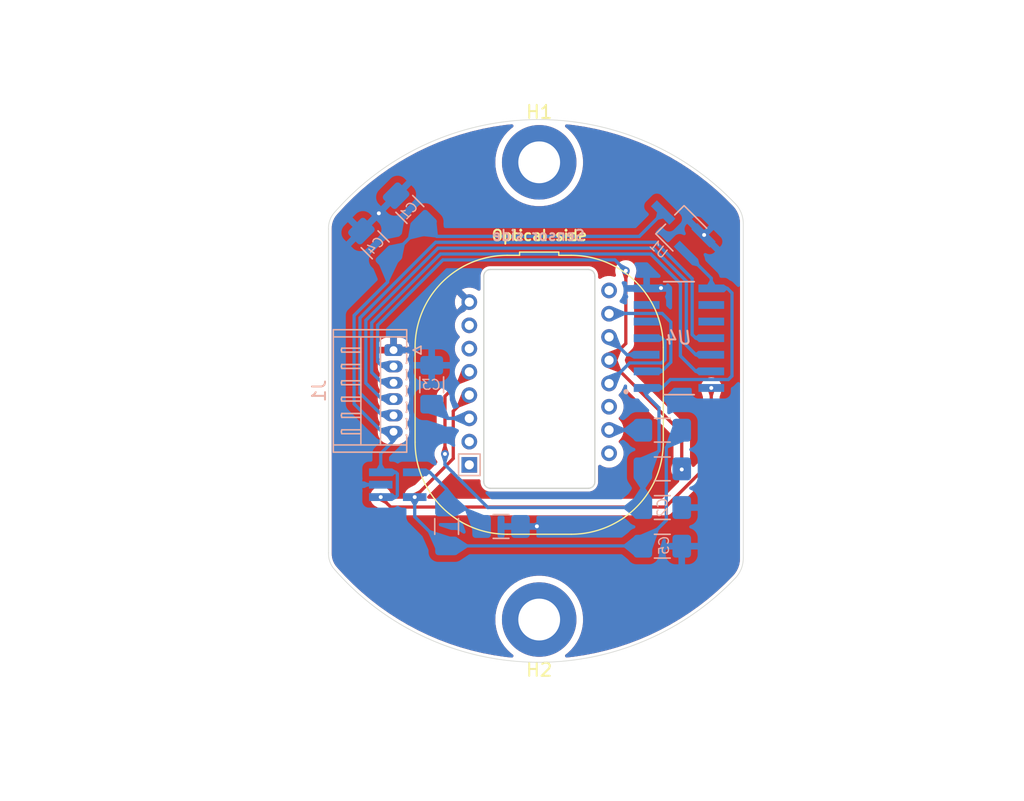
<source format=kicad_pcb>
(kicad_pcb (version 20221018) (generator pcbnew)
  (layers (0 "F.Cu" signal) (31 "B.Cu" signal) (34 "B.Paste" user) (35 "F.Paste" user) (36 "B.SilkS" user "B.Silkscreen") (37 "F.SilkS" user "F.Silkscreen") (38 "B.Mask" user) (39 "F.Mask" user) (44 "Edge.Cuts" user))
  (net 0 "")
  (net 1 "GND")
  (net 2 "VDD_5V")
  (net 3 "VDD_3.3V")
  (net 4 "Net-(U2-VDDPIX)")
  (net 5 "NCS_I")
  (net 6 "MOSI_I")
  (net 7 "SCLK_I")
  (net 8 "VDD_2V")
  (net 9 "Net-(IC1-ADJ)")
  (net 10 "SCLK")
  (net 11 "MOSI")
  (net 12 "MISO")
  (net 13 "NCS")
  (net 14 "Net-(U2-LED_P)")
  (footprint "MountingHole:MountingHole_3.2mm_M3_ISO7380_Pad" (layer "F.Cu") (at 81 128.5 180)
    (fp_text reference "H2" (at 0 -3.85) (layer "F.SilkS"))
    (fp_text value "MountingHole")
    (pad "1" thru_hole circle (at 0 0 180) (size 5.7 5.7) (drill 3.2) (layers "*.Cu" "*.Mask"))
  )
  (footprint "MountingHole:MountingHole_3.2mm_M3_ISO7380_Pad" (layer "F.Cu") (at 81 93.5)
    (fp_text reference "H1" (at 0 -3.85) (layer "F.SilkS"))
    (fp_text value "MountingHole")
    (pad "1" thru_hole circle (at 0 0) (size 5.7 5.7) (drill 3.2) (layers "*.Cu" "*.Mask"))
  )
  (footprint "jw_custom_footprint:PMW3360DM_DIP-16_W10.16mm" (layer "B.Cu") (at 81 111)
    (fp_text reference "U2" hide)
    (fp_text value "PMW3360DM-T2QU")
    (fp_rect (start -6.173 6.477) (end -4.522 4.826) (stroke (width 0.12)) (fill none) (layer "B.SilkS"))
    (fp_line (start -9.5 -3.33) (end -9.5 3.92) (stroke (width 0.1)) (layer "F.SilkS"))
    (fp_line (start -1.5 -10.63) (end -1.5 -10.38) (stroke (width 0.1)) (layer "F.SilkS"))
    (fp_line (start -1.5 -10.38) (end -2.45 -10.38) (stroke (width 0.1)) (layer "F.SilkS"))
    (fp_line (start 1.5 -10.63) (end -1.5 -10.63) (stroke (width 0.1)) (layer "F.SilkS"))
    (fp_line (start 1.5 -10.63) (end 1.5 -10.38) (stroke (width 0.1)) (layer "F.SilkS"))
    (fp_line (start 2.45 -10.38) (end 1.5 -10.38) (stroke (width 0.1)) (layer "F.SilkS"))
    (fp_line (start 2.45 10.97) (end -2.45 10.97) (stroke (width 0.1)) (layer "F.SilkS"))
    (fp_line (start 9.5 -3.33) (end 9.5 3.92) (stroke (width 0.1)) (layer "F.SilkS"))
    (fp_arc (start -9.5 -3.33) (mid -7.435103 -8.315103) (end -2.45 -10.38) (stroke (width 0.1)) (layer "F.SilkS"))
    (fp_arc (start -2.45 10.97) (mid -7.435103 8.905103) (end -9.5 3.92) (stroke (width 0.1)) (layer "F.SilkS"))
    (fp_arc (start 2.45 -10.38) (mid 7.435103 -8.315103) (end 9.5 -3.33) (stroke (width 0.1)) (layer "F.SilkS"))
    (fp_arc (start 9.5 3.92) (mid 7.435101 8.905101) (end 2.45 10.97) (stroke (width 0.1)) (layer "F.SilkS"))
    (fp_line (start -4.238753 -8.796047) (end -4.238753 6.953953) (stroke (width 0.1)) (layer "Edge.Cuts"))
    (fp_line (start -3.738753 -9.296047) (end 3.761247 -9.296047) (stroke (width 0.1)) (layer "Edge.Cuts"))
    (fp_line (start -3.738753 7.453953) (end 3.761247 7.453953) (stroke (width 0.1)) (layer "Edge.Cuts"))
    (fp_line (start 4.261247 6.953953) (end 4.261247 -8.796047) (stroke (width 0.1)) (layer "Edge.Cuts"))
    (fp_arc (start -4.238753 -8.796047) (mid -4.092306 -9.1496) (end -3.738753 -9.296047) (stroke (width 0.1)) (layer "Edge.Cuts"))
    (fp_arc (start -3.738753 7.453953) (mid -4.092307 7.307507) (end -4.238753 6.953953) (stroke (width 0.1)) (layer "Edge.Cuts"))
    (fp_arc (start 3.761247 -9.296047) (mid 4.114801 -9.149601) (end 4.261247 -8.796047) (stroke (width 0.1)) (layer "Edge.Cuts"))
    (fp_arc (start 4.261247 6.953953) (mid 4.114802 7.307506) (end 3.761247 7.453953) (stroke (width 0.1)) (layer "Edge.Cuts"))
    (pad "1" thru_hole rect (at -5.35 5.66) (size 1.2 1.2) (drill 0.7) (layers "*.Cu" "*.Mask"))
    (pad "2" thru_hole circle (at -5.35 3.88) (size 1.2 1.2) (drill 0.7) (layers "*.Cu" "*.Mask"))
    (pad "3" thru_hole circle (at -5.35 2.1) (size 1.2 1.2) (drill 0.7) (layers "*.Cu" "*.Mask") (net 4 "Net-(U2-VDDPIX)"))
    (pad "4" thru_hole circle (at -5.35 0.32) (size 1.2 1.2) (drill 0.7) (layers "*.Cu" "*.Mask") (net 8 "VDD_2V"))
    (pad "5" thru_hole circle (at -5.35 -1.46) (size 1.2 1.2) (drill 0.7) (layers "*.Cu" "*.Mask") (net 3 "VDD_3.3V"))
    (pad "6" thru_hole circle (at -5.35 -3.24) (size 1.2 1.2) (drill 0.7) (layers "*.Cu" "*.Mask"))
    (pad "7" thru_hole circle (at -5.35 -5.02) (size 1.2 1.2) (drill 0.7) (layers "*.Cu" "*.Mask"))
    (pad "8" thru_hole circle (at -5.35 -6.8) (size 1.2 1.2) (drill 0.7) (layers "*.Cu" "*.Mask") (net 1 "GND"))
    (pad "9" thru_hole circle (at 5.35 -7.69) (size 1.2 1.2) (drill 0.7) (layers "*.Cu" "*.Mask"))
    (pad "10" thru_hole circle (at 5.35 -5.91) (size 1.2 1.2) (drill 0.7) (layers "*.Cu" "*.Mask") (net 10 "SCLK"))
    (pad "11" thru_hole circle (at 5.35 -4.13) (size 1.2 1.2) (drill 0.7) (layers "*.Cu" "*.Mask") (net 11 "MOSI"))
    (pad "12" thru_hole circle (at 5.35 -2.35) (size 1.2 1.2) (drill 0.7) (layers "*.Cu" "*.Mask") (net 12 "MISO"))
    (pad "13" thru_hole circle (at 5.35 -0.57) (size 1.2 1.2) (drill 0.7) (layers "*.Cu" "*.Mask") (net 13 "NCS"))
    (pad "14" thru_hole circle (at 5.35 1.21) (size 1.2 1.2) (drill 0.7) (layers "*.Cu" "*.Mask"))
    (pad "15" thru_hole circle (at 5.35 2.99) (size 1.2 1.2) (drill 0.7) (layers "*.Cu" "*.Mask") (net 14 "Net-(U2-LED_P)"))
    (pad "16" thru_hole circle (at 5.35 4.77) (size 1.2 1.2) (drill 0.7) (layers "*.Cu" "*.Mask"))
  )
  (footprint "Resistor_SMD:R_1206_3216Metric_Pad1.42x1.75mm_HandSolder" (layer "B.Cu") (at 90.424 116.966066)
    (fp_text reference "R1" hide)
    (fp_text value "10k" hide)
    (fp_line (start -0.602064 -0.91) (end 0.602064 -0.91) (stroke (width 0.12)) (layer "B.SilkS"))
    (fp_line (start -0.602064 0.91) (end 0.602064 0.91) (stroke (width 0.12)) (layer "B.SilkS"))
    (pad "1" smd roundrect (at -1.4875 0) (size 1.425 1.75) (layers "B.Cu" "B.Paste" "B.Mask") (roundrect_rratio 0.1754392982) (net 3 "VDD_3.3V"))
    (pad "2" smd roundrect (at 1.4875 0) (size 1.425 1.75) (layers "B.Cu" "B.Paste" "B.Mask") (roundrect_rratio 0.1754392982) (net 12 "MISO"))
  )
  (footprint "local:SOIC127P600X175-14N" (layer "B.Cu") (at 91.6977 106.9614)
    (fp_text reference "U4" (at -0.0037 -0.0274) (layer "B.SilkS") (effects (font (thickness 0.15) italic) (justify mirror)))
    (fp_text value "TXS0104EDR")
    (fp_line (start -1.17 -4.325) (end 1.17 -4.325) (stroke (width 0.127)) (layer "B.SilkS"))
    (fp_line (start -1.17 4.325) (end 1.17 4.325) (stroke (width 0.127)) (layer "B.SilkS"))
    (fp_circle (center -4.05 4.1) (end -3.95 4.1) (stroke (width 0.2)) (fill none) (layer "B.SilkS"))
    (pad "1" smd rect (at -2.475 3.81) (size 1.97 0.6) (layers "B.Cu" "B.Paste" "B.Mask") (net 3 "VDD_3.3V"))
    (pad "2" smd rect (at -2.475 2.54) (size 1.97 0.6) (layers "B.Cu" "B.Paste" "B.Mask") (net 10 "SCLK"))
    (pad "3" smd rect (at -2.475 1.27) (size 1.97 0.6) (layers "B.Cu" "B.Paste" "B.Mask") (net 11 "MOSI"))
    (pad "4" smd rect (at -2.475 0) (size 1.97 0.6) (layers "B.Cu" "B.Paste" "B.Mask") (net 13 "NCS"))
    (pad "5" smd rect (at -2.475 -1.27) (size 1.97 0.6) (layers "B.Cu" "B.Paste" "B.Mask"))
    (pad "6" smd rect (at -2.475 -2.54) (size 1.97 0.6) (layers "B.Cu" "B.Paste" "B.Mask"))
    (pad "7" smd rect (at -2.475 -3.81) (size 1.97 0.6) (layers "B.Cu" "B.Paste" "B.Mask") (net 1 "GND"))
    (pad "8" smd rect (at 2.475 -3.81) (size 1.97 0.6) (layers "B.Cu" "B.Paste" "B.Mask") (net 3 "VDD_3.3V"))
    (pad "9" smd rect (at 2.475 -2.54) (size 1.97 0.6) (layers "B.Cu" "B.Paste" "B.Mask"))
    (pad "10" smd rect (at 2.475 -1.27) (size 1.97 0.6) (layers "B.Cu" "B.Paste" "B.Mask"))
    (pad "11" smd rect (at 2.475 0) (size 1.97 0.6) (layers "B.Cu" "B.Paste" "B.Mask") (net 5 "NCS_I"))
    (pad "12" smd rect (at 2.475 1.27) (size 1.97 0.6) (layers "B.Cu" "B.Paste" "B.Mask") (net 6 "MOSI_I"))
    (pad "13" smd rect (at 2.475 2.54) (size 1.97 0.6) (layers "B.Cu" "B.Paste" "B.Mask") (net 7 "SCLK_I"))
    (pad "14" smd rect (at 2.475 3.81) (size 1.97 0.6) (layers "B.Cu" "B.Paste" "B.Mask") (net 2 "VDD_5V"))
  )
  (footprint "Capacitor_SMD:C_1206_3216Metric_Pad1.42x1.75mm_HandSolder" (layer "B.Cu") (at 72.771 110.5265 90)
    (fp_text reference "C3" (at -0.0006 0) (layer "B.SilkS") (effects (font (size 0.75 0.75) (thickness 0.1) italic) (justify mirror)))
    (fp_text value "4.7uF" hide)
    (fp_line (start -0.602064 -0.91) (end 0.602064 -0.91) (stroke (width 0.12)) (layer "B.SilkS"))
    (fp_line (start -0.602064 0.91) (end 0.602064 0.91) (stroke (width 0.12)) (layer "B.SilkS"))
    (pad "1" smd roundrect (at -1.4875 0 90) (size 1.425 1.75) (layers "B.Cu" "B.Paste" "B.Mask") (roundrect_rratio 0.1754392982) (net 4 "Net-(U2-VDDPIX)"))
    (pad "2" smd roundrect (at 1.4875 0 90) (size 1.425 1.75) (layers "B.Cu" "B.Paste" "B.Mask") (roundrect_rratio 0.1754392982) (net 1 "GND"))
  )
  (footprint "Package_TO_SOT_SMD:TSOT-23_HandSoldering" (layer "B.Cu") (at 91.694 98.552 135)
    (fp_text reference "U1" (at -0.059 -2.22 135) (layer "B.SilkS") (effects (font (size 0.75 0.75) (thickness 0.1) italic) (justify mirror)))
    (fp_text value "XC6206P332MR")
    (fp_line (start 0.93 1.51) (end -1.5 1.51) (stroke (width 0.12)) (layer "B.SilkS"))
    (fp_line (start 0.95 -1.55) (end -0.9 -1.55) (stroke (width 0.12)) (layer "B.SilkS"))
    (fp_line (start 0.95 -0.5) (end 0.95 -1.55) (stroke (width 0.12)) (layer "B.SilkS"))
    (fp_line (start 0.95 1.5) (end 0.95 0.5) (stroke (width 0.12)) (layer "B.SilkS"))
    (pad "1" smd rect (at -1.71 0.95 135) (size 2 0.65) (layers "B.Cu" "B.Paste" "B.Mask") (net 1 "GND"))
    (pad "2" smd rect (at -1.71 -0.95 135) (size 2 0.65) (layers "B.Cu" "B.Paste" "B.Mask") (net 3 "VDD_3.3V"))
    (pad "3" smd rect (at 1.71 0 135) (size 2 0.65) (layers "B.Cu" "B.Paste" "B.Mask") (net 2 "VDD_5V"))
  )
  (footprint "Capacitor_SMD:C_1206_3216Metric_Pad1.42x1.75mm_HandSolder" (layer "B.Cu") (at 71.097821 97.107421 135)
    (fp_text reference "C1" (at -0.0006 -0.0856 45) (layer "B.SilkS") (effects (font (size 0.75 0.75) (thickness 0.1) italic) (justify mirror)))
    (fp_text value "2.2uF" hide)
    (fp_line (start -0.602064 -0.91) (end 0.602064 -0.91) (stroke (width 0.12)) (layer "B.SilkS"))
    (fp_line (start -0.602064 0.91) (end 0.602064 0.91) (stroke (width 0.12)) (layer "B.SilkS"))
    (pad "1" smd roundrect (at -1.4875 0 135) (size 1.425 1.75) (layers "B.Cu" "B.Paste" "B.Mask") (roundrect_rratio 0.1754392982) (net 2 "VDD_5V"))
    (pad "2" smd roundrect (at 1.4875 0 135) (size 1.425 1.75) (layers "B.Cu" "B.Paste" "B.Mask") (roundrect_rratio 0.1754392982) (net 1 "GND"))
  )
  (footprint "local:AP7331" (layer "B.Cu") (at 70.1705 118.176)
    (fp_text reference "IC1" hide)
    (fp_text value "AP7331-WG-7" hide)
    (pad "1" smd rect (at -1.3 0.95 270) (size 0.6 1.8) (layers "B.Cu" "B.Paste" "B.Mask") (net 2 "VDD_5V"))
    (pad "2" smd rect (at -1.3 0 270) (size 0.6 1.8) (layers "B.Cu" "B.Paste" "B.Mask") (net 1 "GND"))
    (pad "3" smd rect (at -1.3 -0.95 270) (size 0.6 1.8) (layers "B.Cu" "B.Paste" "B.Mask") (net 2 "VDD_5V"))
    (pad "4" smd rect (at 1.3 -0.95 270) (size 0.6 1.8) (layers "B.Cu" "B.Paste" "B.Mask") (net 9 "Net-(IC1-ADJ)"))
    (pad "5" smd rect (at 1.3 0.95 270) (size 0.6 1.8) (layers "B.Cu" "B.Paste" "B.Mask") (net 8 "VDD_2V"))
  )
  (footprint "Capacitor_SMD:C_1206_3216Metric_Pad1.42x1.75mm_HandSolder" (layer "B.Cu") (at 68.443775 99.8148 135)
    (fp_text reference "C4" (at -0.0514 0 45) (layer "B.SilkS") (effects (font (size 0.75 0.75) (thickness 0.1) italic) (justify mirror)))
    (fp_text value "1uF" hide)
    (fp_line (start -0.602064 -0.91) (end 0.602064 -0.91) (stroke (width 0.12)) (layer "B.SilkS"))
    (fp_line (start -0.602064 0.91) (end 0.602064 0.91) (stroke (width 0.12)) (layer "B.SilkS"))
    (pad "1" smd roundrect (at -1.4875 0 135) (size 1.425 1.75) (layers "B.Cu" "B.Paste" "B.Mask") (roundrect_rratio 0.1754392982) (net 2 "VDD_5V"))
    (pad "2" smd roundrect (at 1.4875 0 135) (size 1.425 1.75) (layers "B.Cu" "B.Paste" "B.Mask") (roundrect_rratio 0.1754392982) (net 1 "GND"))
  )
  (footprint "Resistor_SMD:R_1206_3216Metric_Pad1.42x1.75mm_HandSolder" (layer "B.Cu") (at 73.914 121.3755 -90)
    (fp_text reference "R3" hide)
    (fp_text value "15k" hide)
    (fp_line (start -0.602064 -0.91) (end 0.602064 -0.91) (stroke (width 0.12)) (layer "B.SilkS"))
    (fp_line (start -0.602064 0.91) (end 0.602064 0.91) (stroke (width 0.12)) (layer "B.SilkS"))
    (pad "1" smd roundrect (at -1.4875 0 270) (size 1.425 1.75) (layers "B.Cu" "B.Paste" "B.Mask") (roundrect_rratio 0.1754392982) (net 9 "Net-(IC1-ADJ)"))
    (pad "2" smd roundrect (at 1.4875 0 270) (size 1.425 1.75) (layers "B.Cu" "B.Paste" "B.Mask") (roundrect_rratio 0.1754392982) (net 8 "VDD_2V"))
  )
  (footprint "Capacitor_SMD:C_1206_3216Metric_Pad1.42x1.75mm_HandSolder" (layer "B.Cu") (at 90.424 122.8852)
    (fp_text reference "C5" (at 0.127 -0.1 90) (layer "B.SilkS") (effects (font (size 0.75 0.75) (thickness 0.1) italic) (justify mirror)))
    (fp_text value "1uF")
    (fp_line (start -0.602064 -0.91) (end 0.602064 -0.91) (stroke (width 0.12)) (layer "B.SilkS"))
    (fp_line (start -0.602064 0.91) (end 0.602064 0.91) (stroke (width 0.12)) (layer "B.SilkS"))
    (pad "1" smd roundrect (at -1.4875 0) (size 1.425 1.75) (layers "B.Cu" "B.Paste" "B.Mask") (roundrect_rratio 0.1754392982) (net 8 "VDD_2V"))
    (pad "2" smd roundrect (at 1.4875 0) (size 1.425 1.75) (layers "B.Cu" "B.Paste" "B.Mask") (roundrect_rratio 0.1754392982) (net 1 "GND"))
  )
  (footprint "Resistor_SMD:R_1206_3216Metric_Pad1.42x1.75mm_HandSolder" (layer "B.Cu") (at 78.0796 121.3755)
    (fp_text reference "R2" hide)
    (fp_text value "10k")
    (fp_line (start -0.602064 -0.91) (end 0.602064 -0.91) (stroke (width 0.12)) (layer "B.SilkS"))
    (fp_line (start -0.602064 0.91) (end 0.602064 0.91) (stroke (width 0.12)) (layer "B.SilkS"))
    (pad "1" smd roundrect (at -1.4875 0) (size 1.425 1.75) (layers "B.Cu" "B.Paste" "B.Mask") (roundrect_rratio 0.1754392982) (net 9 "Net-(IC1-ADJ)"))
    (pad "2" smd roundrect (at 1.4875 0) (size 1.425 1.75) (layers "B.Cu" "B.Paste" "B.Mask") (roundrect_rratio 0.1754392982) (net 1 "GND"))
  )
  (footprint "Connector_Hirose:Hirose_DF13-06P-1.25DS_1x06_P1.25mm_Horizontal" (layer "B.Cu") (at 69.85 107.875 -90)
    (fp_text reference "J1" (at 3.12 5.7 90) (layer "B.SilkS") (effects (justify mirror)))
    (fp_text value "Conn_01x06_Female")
    (fp_line (start -1.56 -1.01) (end -1.56 4.61) (stroke (width 0.12)) (layer "B.SilkS"))
    (fp_line (start -1.56 4.61) (end 7.81 4.61) (stroke (width 0.12)) (layer "B.SilkS"))
    (fp_line (start -1.01 1) (end 7.26 1) (stroke (width 0.12)) (layer "B.SilkS"))
    (fp_line (start -1.01 2.5) (end 7.26 2.5) (stroke (width 0.12)) (layer "B.SilkS"))
    (fp_line (start -1.01 4.61) (end -1.01 -1.01) (stroke (width 0.12)) (layer "B.SilkS"))
    (fp_line (start -0.3 -2.1) (end 0.3 -2.1) (stroke (width 0.12)) (layer "B.SilkS"))
    (fp_line (start -0.25 -1.01) (end -1.56 -1.01) (stroke (width 0.12)) (layer "B.SilkS"))
    (fp_line (start -0.25 -0.96) (end -0.25 -1.01) (stroke (width 0.12)) (layer "B.SilkS"))
    (fp_line (start -0.15 2.5) (end -0.15 3.9625) (stroke (width 0.12)) (layer "B.SilkS"))
    (fp_line (start -0.15 3.9625) (end 0 4) (stroke (width 0.12)) (layer "B.SilkS"))
    (fp_line (start 0 -1.5) (end -0.3 -2.1) (stroke (width 0.12)) (layer "B.SilkS"))
    (fp_line (start 0 4) (end 0.15 3.9625) (stroke (width 0.12)) (layer "B.SilkS"))
    (fp_line (start 0.15 3.9625) (end 0.15 2.5) (stroke (width 0.12)) (layer "B.SilkS"))
    (fp_line (start 0.25 -1.01) (end 1 -1.01) (stroke (width 0.12)) (layer "B.SilkS"))
    (fp_line (start 0.25 -0.96) (end 0.25 -1.01) (stroke (width 0.12)) (layer "B.SilkS"))
    (fp_line (start 0.3 -2.1) (end 0 -1.5) (stroke (width 0.12)) (layer "B.SilkS"))
    (fp_line (start 1 -1.01) (end 1 -0.96) (stroke (width 0.12)) (layer "B.SilkS"))
    (fp_line (start 1.1 2.5) (end 1.1 3.9625) (stroke (width 0.12)) (layer "B.SilkS"))
    (fp_line (start 1.1 3.9625) (end 1.25 4) (stroke (width 0.12)) (layer "B.SilkS"))
    (fp_line (start 1.25 4) (end 1.4 3.9625) (stroke (width 0.12)) (layer "B.SilkS"))
    (fp_line (start 1.4 3.9625) (end 1.4 2.5) (stroke (width 0.12)) (layer "B.SilkS"))
    (fp_line (start 1.5 -1.01) (end 2.25 -1.01) (stroke (width 0.12)) (layer "B.SilkS"))
    (fp_line (start 1.5 -0.96) (end 1.5 -1.01) (stroke (width 0.12)) (layer "B.SilkS"))
    (fp_line (start 2.25 -1.01) (end 2.25 -0.96) (stroke (width 0.12)) (layer "B.SilkS"))
    (fp_line (start 2.35 2.5) (end 2.35 3.9625) (stroke (width 0.12)) (layer "B.SilkS"))
    (fp_line (start 2.35 3.9625) (end 2.5 4) (stroke (width 0.12)) (layer "B.SilkS"))
    (fp_line (start 2.5 4) (end 2.65 3.9625) (stroke (width 0.12)) (layer "B.SilkS"))
    (fp_line (start 2.65 3.9625) (end 2.65 2.5) (stroke (width 0.12)) (layer "B.SilkS"))
    (fp_line (start 2.75 -1.01) (end 3.5 -1.01) (stroke (width 0.12)) (layer "B.SilkS"))
    (fp_line (start 2.75 -0.96) (end 2.75 -1.01) (stroke (width 0.12)) (layer "B.SilkS"))
    (fp_line (start 3.5 -1.01) (end 3.5 -0.96) (stroke (width 0.12)) (layer "B.SilkS"))
    (fp_line (start 3.6 2.5) (end 3.6 3.9625) (stroke (width 0.12)) (layer "B.SilkS"))
    (fp_line (start 3.6 3.9625) (end 3.75 4) (stroke (width 0.12)) (layer "B.SilkS"))
    (fp_line (start 3.75 4) (end 3.9 3.9625) (stroke (width 0.12)) (layer "B.SilkS"))
    (fp_line (start 3.9 3.9625) (end 3.9 2.5) (stroke (width 0.12)) (layer "B.SilkS"))
    (fp_line (start 4 -1.01) (end 4.75 -1.01) (stroke (width 0.12)) (layer "B.SilkS"))
    (fp_line (start 4 -0.96) (end 4 -1.01) (stroke (width 0.12)) (layer "B.SilkS"))
    (fp_line (start 4.75 -1.01) (end 4.75 -0.96) (stroke (width 0.12)) (layer "B.SilkS"))
    (fp_line (start 4.85 2.5) (end 4.85 3.9625) (stroke (width 0.12)) (layer "B.SilkS"))
    (fp_line (start 4.85 3.9625) (end 5 4) (stroke (width 0.12)) (layer "B.SilkS"))
    (fp_line (start 5 4) (end 5.15 3.9625) (stroke (width 0.12)) (layer "B.SilkS"))
    (fp_line (start 5.15 3.9625) (end 5.15 2.5) (stroke (width 0.12)) (layer "B.SilkS"))
    (fp_line (start 5.25 -1.01) (end 6 -1.01) (stroke (width 0.12)) (layer "B.SilkS"))
    (fp_line (start 5.25 -0.96) (end 5.25 -1.01) (stroke (width 0.12)) (layer "B.SilkS"))
    (fp_line (start 6 -1.01) (end 6 -0.96) (stroke (width 0.12)) (layer "B.SilkS"))
    (fp_line (start 6.1 2.5) (end 6.1 3.9625) (stroke (width 0.12)) (layer "B.SilkS"))
    (fp_line (start 6.1 3.9625) (end 6.25 4) (stroke (width 0.12)) (layer "B.SilkS"))
    (fp_line (start 6.25 4) (end 6.4 3.9625) (stroke (width 0.12)) (layer "B.SilkS"))
    (fp_line (start 6.4 3.9625) (end 6.4 2.5) (stroke (width 0.12)) (layer "B.SilkS"))
    (fp_line (start 6.5 -1.01) (end 6.5 -0.96) (stroke (width 0.12)) (layer "B.SilkS"))
    (fp_line (start 7.26 4.61) (end 7.26 -1.01) (stroke (width 0.12)) (layer "B.SilkS"))
    (fp_line (start 7.81 -1.01) (end 6.5 -1.01) (stroke (width 0.12)) (layer "B.SilkS"))
    (fp_line (start 7.81 4.61) (end 7.81 -1.01) (stroke (width 0.12)) (layer "B.SilkS"))
    (pad "1" thru_hole roundrect (at 0 0 270) (size 0.9 1.4) (drill 0.6) (layers "*.Cu" "*.Mask") (net 1 "GND"))
    (pad "2" thru_hole oval (at 1.25 0 270) (size 0.9 1.4) (drill 0.6) (layers "*.Cu" "*.Mask") (net 12 "MISO"))
    (pad "3" thru_hole oval (at 2.5 0 270) (size 0.9 1.4) (drill 0.6) (layers "*.Cu" "*.Mask") (net 7 "SCLK_I"))
    (pad "4" thru_hole oval (at 3.75 0 270) (size 0.9 1.4) (drill 0.6) (layers "*.Cu" "*.Mask") (net 6 "MOSI_I"))
    (pad "5" thru_hole oval (at 5 0 270) (size 0.9 1.4) (drill 0.6) (layers "*.Cu" "*.Mask") (net 5 "NCS_I"))
    (pad "6" thru_hole oval (at 6.25 0 270) (size 0.9 1.4) (drill 0.6) (layers "*.Cu" "*.Mask") (net 2 "VDD_5V"))
  )
  (footprint "Capacitor_SMD:C_1206_3216Metric_Pad1.42x1.75mm_HandSolder" (layer "B.Cu") (at 90.424 119.925632)
    (fp_text reference "C2" (at 0.0034 -0.0508 90) (layer "B.SilkS") (effects (font (size 0.75 0.75) (thickness 0.1) italic) (justify mirror)))
    (fp_text value "10uF" hide)
    (fp_line (start -0.602064 -0.91) (end 0.602064 -0.91) (stroke (width 0.12)) (layer "B.SilkS"))
    (fp_line (start -0.602064 0.91) (end 0.602064 0.91) (stroke (width 0.12)) (layer "B.SilkS"))
    (pad "1" smd roundrect (at -1.4875 0) (size 1.425 1.75) (layers "B.Cu" "B.Paste" "B.Mask") (roundrect_rratio 0.1754392982) (net 3 "VDD_3.3V"))
    (pad "2" smd roundrect (at 1.4875 0) (size 1.425 1.75) (layers "B.Cu" "B.Paste" "B.Mask") (roundrect_rratio 0.1754392982) (net 1 "GND"))
  )
  (footprint "Resistor_SMD:R_1206_3216Metric_Pad1.42x1.75mm_HandSolder" (layer "B.Cu") (at 90.424 114.0065 180)
    (fp_text reference "R4" hide)
    (fp_text value "39" hide)
    (fp_line (start -0.602064 -0.91) (end 0.602064 -0.91) (stroke (width 0.12)) (layer "B.SilkS"))
    (fp_line (start -0.602064 0.91) (end 0.602064 0.91) (stroke (width 0.12)) (layer "B.SilkS"))
    (pad "1" smd roundrect (at -1.4875 0 180) (size 1.425 1.75) (layers "B.Cu" "B.Paste" "B.Mask") (roundrect_rratio 0.1754392982) (net 8 "VDD_2V"))
    (pad "2" smd roundrect (at 1.4875 0 180) (size 1.425 1.75) (layers "B.Cu" "B.Paste" "B.Mask") (roundrect_rratio 0.1754392982) (net 14 "Net-(U2-LED_P)"))
  )
  (gr_line (start 64.8716 111) (end 64.8716 123.3972) (stroke (width 0.05)) (layer "Edge.Cuts"))
  (gr_arc (start 96.012 125.3276) (mid 80.561597 131.766498) (end 65.3796 124.718) (stroke (width 0.05)) (layer "Edge.Cuts"))
  (gr_arc (start 65.3796 97.282) (mid 80.561597 90.233503) (end 96.012 96.6724) (stroke (width 0.05)) (layer "Edge.Cuts"))
  (gr_arc (start 96.6216 123.8116) (mid 96.464064 124.628814) (end 96.012 125.3276) (stroke (width 0.05)) (layer "Edge.Cuts"))
  (gr_line (start 64.8716 111) (end 64.8716 98.6028) (stroke (width 0.05)) (layer "Edge.Cuts"))
  (gr_arc (start 96.012 96.6724) (mid 96.464073 97.37118) (end 96.6216 98.1884) (stroke (width 0.05)) (layer "Edge.Cuts"))
  (gr_line (start 96.6216 111) (end 96.6216 98.1884) (stroke (width 0.05)) (layer "Edge.Cuts"))
  (gr_arc (start 64.8716 98.6028) (mid 64.991362 97.89077) (end 65.3796 97.282) (stroke (width 0.05)) (layer "Edge.Cuts"))
  (gr_arc (start 65.3796 124.718) (mid 64.991362 124.10923) (end 64.8716 123.3972) (stroke (width 0.05)) (layer "Edge.Cuts"))
  (gr_line (start 96.6216 111) (end 96.6216 123.8116) (stroke (width 0.05)) (layer "Edge.Cuts"))
  (gr_text "Sensor side" (at 84.580238 99.568) (layer "B.SilkS") (effects (font (size 0.8 0.8) (thickness 0.15) bold) (justify left bottom mirror)))
  (gr_text "Optical side" (at 77.279523 99.568) (layer "F.SilkS") (effects (font (size 0.8 0.8) (thickness 0.15) bold) (justify left bottom)))
  (via (at 80.8228 121.3612) (size 0.6) (drill 0.3) (layers "F.Cu" "B.Cu") (net 1))
  (via (at 68.7252 97.4018) (size 0.6) (drill 0.3) (layers "F.Cu" "B.Cu") (net 1))
  (via (at 93.6244 99.06) (size 0.6) (drill 0.3) (layers "F.Cu" "B.Cu") (net 1))
  (via (at 90.3224 103.124) (size 0.6) (drill 0.3) (layers "F.Cu" "B.Cu") (net 1))
  (segment (start 94.1727 116.3933) (end 90.678 119.888) (width 0.25) (layer "F.Cu") (net 2))
  (segment (start 68.8705 119.126) (end 69.6325 119.888) (width 0.25) (layer "F.Cu") (net 2))
  (segment (start 69.6325 119.888) (end 90.678 119.888) (width 0.25) (layer "F.Cu") (net 2))
  (segment (start 94.1727 110.7714) (end 94.1727 116.3933) (width 0.25) (layer "F.Cu") (net 2))
  (via (at 94.1727 110.7714) (size 0.6) (drill 0.3) (layers "F.Cu" "B.Cu") (net 2))
  (via (at 68.8705 119.126) (size 0.6) (drill 0.3) (layers "F.Cu" "B.Cu") (net 2))
  (segment (start 70.1405 117.346) (end 70.1405 119.006) (width 0.25) (layer "B.Cu") (net 2))
  (segment (start 66.8308 111.992) (end 68.9638 114.125) (width 0.25) (layer "B.Cu") (net 2))
  (segment (start 69.85 114.125) (end 69.85 114.808) (width 0.25) (layer "B.Cu") (net 2))
  (segment (start 70.1405 119.006) (end 70.0205 119.126) (width 0.25) (layer "B.Cu") (net 2))
  (segment (start 66.8308 105.223216) (end 66.8308 111.992) (width 0.25) (layer "B.Cu") (net 2))
  (segment (start 72.149642 98.159242) (end 72.149642 98.212575) (width 0.25) (layer "B.Cu") (net 2))
  (segment (start 69.85 114.808) (end 68.8705 115.7875) (width 0.25) (layer "B.Cu") (net 2))
  (segment (start 70.0205 119.126) (end 68.8705 119.126) (width 0.25) (layer "B.Cu") (net 2))
  (segment (start 69.495596 100.263602) (end 69.3856 100.373598) (width 0.25) (layer "B.Cu") (net 2))
  (segment (start 68.8705 115.7875) (end 68.8705 117.226) (width 0.25) (layer "B.Cu") (net 2))
  (segment (start 69.3928 102.661216) (end 66.8308 105.223216) (width 0.25) (layer "B.Cu") (net 2))
  (segment (start 70.0205 117.226) (end 70.1405 117.346) (width 0.25) (layer "B.Cu") (net 2))
  (segment (start 68.9638 114.125) (end 69.85 114.125) (width 0.25) (layer "B.Cu") (net 2))
  (segment (start 88.658894 99.1688) (end 73.1592 99.1688) (width 0.25) (layer "B.Cu") (net 2))
  (segment (start 72.149642 98.212575) (end 69.495596 100.866621) (width 0.25) (layer "B.Cu") (net 2))
  (segment (start 69.495596 100.866621) (end 69.3928 100.969417) (width 0.25) (layer "B.Cu") (net 2))
  (segment (start 70.183 114.125) (end 69.85 114.125) (width 0.25) (layer "B.Cu") (net 2))
  (segment (start 90.484847 97.342847) (end 88.658894 99.1688) (width 0.25) (layer "B.Cu") (net 2))
  (segment (start 69.3928 100.969417) (end 69.3928 102.661216) (width 0.25) (layer "B.Cu") (net 2))
  (segment (start 69.3856 100.976617) (end 69.495596 100.866621) (width 0.25) (layer "B.Cu") (net 2))
  (segment (start 69.495596 100.866621) (end 69.705379 100.866621) (width 0.25) (layer "B.Cu") (net 2))
  (segment (start 73.1592 99.1688) (end 72.149642 98.159242) (width 0.25) (layer "B.Cu") (net 2))
  (segment (start 68.8705 117.226) (end 70.0205 117.226) (width 0.25) (layer "B.Cu") (net 2))
  (segment (start 75.65 109.54) (end 73.787 111.403) (width 0.25) (layer "F.Cu") (net 3))
  (segment (start 73.787 111.403) (end 73.787 115.824) (width 0.25) (layer "F.Cu") (net 3))
  (via (at 73.787 115.824) (size 0.6) (drill 0.3) (layers "F.Cu" "B.Cu") (net 3))
  (segment (start 88.9365 116.8035) (end 88.9365 116.966066) (width 0.25) (layer "B.Cu") (net 3))
  (segment (start 95.758 109.8511) (end 95.4827 110.1264) (width 0.25) (layer "B.Cu") (net 3))
  (segment (start 95.758 103.505) (end 95.758 109.8511) (width 0.25) (layer "B.Cu") (net 3))
  (segment (start 90.1694 112.2954) (end 90.1694 115.5706) (width 0.25) (layer "B.Cu") (net 3))
  (segment (start 77.065632 119.925632) (end 88.9365 119.925632) (width 0.25) (layer "B.Cu") (net 3))
  (segment (start 94.1727 103.1514) (end 95.4044 103.1514) (width 0.25) (layer "B.Cu") (net 3))
  (segment (start 90.3966 110.7714) (end 89.2227 110.7714) (width 0.25) (layer "B.Cu") (net 3))
  (segment (start 89.2227 111.3487) (end 90.1694 112.2954) (width 0.25) (layer "B.Cu") (net 3))
  (segment (start 95.4827 110.1264) (end 91.0416 110.1264) (width 0.25) (layer "B.Cu") (net 3))
  (segment (start 73.787 115.824) (end 73.787 116.647) (width 0.25) (layer "B.Cu") (net 3))
  (segment (start 89.7807 110.7714) (end 89.2227 110.7714) (width 0.25) (layer "B.Cu") (net 3))
  (segment (start 89.2227 110.7714) (end 89.2227 111.3487) (width 0.25) (layer "B.Cu") (net 3))
  (segment (start 88.9365 116.966066) (end 88.9365 119.925632) (width 0.25) (layer "B.Cu") (net 3))
  (segment (start 73.787 116.647) (end 77.065632 119.925632) (width 0.25) (layer "B.Cu") (net 3))
  (segment (start 95.4044 103.1514) (end 95.758 103.505) (width 0.25) (layer "B.Cu") (net 3))
  (segment (start 90.1694 115.5706) (end 88.9365 116.8035) (width 0.25) (layer "B.Cu") (net 3))
  (segment (start 89.2227 110.7714) (end 89.9077 110.7714) (width 0.25) (layer "B.Cu") (net 3))
  (segment (start 94.1727 103.1514) (end 94.1727 102.374203) (width 0.25) (layer "B.Cu") (net 3))
  (segment (start 91.0416 110.1264) (end 90.3966 110.7714) (width 0.25) (layer "B.Cu") (net 3))
  (segment (start 94.1727 102.374203) (end 92.231401 100.432904) (width 0.25) (layer "B.Cu") (net 3))
  (segment (start 75.65 113.1) (end 73.984 113.1) (width 0.25) (layer "B.Cu") (net 4))
  (segment (start 73.984 113.1) (end 72.771 111.887) (width 0.25) (layer "B.Cu") (net 4))
  (segment (start 89.918792 99.6188) (end 73.071612 99.6188) (width 0.25) (layer "B.Cu") (net 5))
  (segment (start 92.71 102.410008) (end 89.918792 99.6188) (width 0.25) (layer "B.Cu") (net 5))
  (segment (start 67.2808 105.409612) (end 67.2808 111.172) (width 0.25) (layer "B.Cu") (net 5))
  (segment (start 94.1727 106.9614) (end 92.9914 106.9614) (width 0.25) (layer "B.Cu") (net 5))
  (segment (start 68.9838 112.875) (end 69.85 112.875) (width 0.25) (layer "B.Cu") (net 5))
  (segment (start 92.9914 106.9614) (end 92.71 106.68) (width 0.25) (layer "B.Cu") (net 5))
  (segment (start 67.2808 111.172) (end 68.9838 112.875) (width 0.25) (layer "B.Cu") (net 5))
  (segment (start 92.71 106.68) (end 92.71 102.410008) (width 0.25) (layer "B.Cu") (net 5))
  (segment (start 73.071612 99.6188) (end 67.2808 105.409612) (width 0.25) (layer "B.Cu") (net 5))
  (segment (start 67.7308 110.4028) (end 68.953 111.625) (width 0.25) (layer "B.Cu") (net 6))
  (segment (start 89.732396 100.0688) (end 73.258008 100.0688) (width 0.25) (layer "B.Cu") (net 6))
  (segment (start 67.7308 105.596008) (end 67.7308 110.4028) (width 0.25) (layer "B.Cu") (net 6))
  (segment (start 92.9914 108.2314) (end 92.26 107.5) (width 0.25) (layer "B.Cu") (net 6))
  (segment (start 92.26 107.5) (end 92.26 102.596404) (width 0.25) (layer "B.Cu") (net 6))
  (segment (start 68.953 111.625) (end 69.85 111.625) (width 0.25) (layer "B.Cu") (net 6))
  (segment (start 73.258008 100.0688) (end 67.7308 105.596008) (width 0.25) (layer "B.Cu") (net 6))
  (segment (start 94.1727 108.2314) (end 92.9914 108.2314) (width 0.25) (layer "B.Cu") (net 6))
  (segment (start 92.26 102.596404) (end 89.732396 100.0688) (width 0.25) (layer "B.Cu") (net 6))
  (segment (start 73.444404 100.5188) (end 68.1808 105.782404) (width 0.25) (layer "B.Cu") (net 7))
  (segment (start 91.81 102.7828) (end 89.546 100.5188) (width 0.25) (layer "B.Cu") (net 7))
  (segment (start 92.9914 109.5014) (end 91.81 108.32) (width 0.25) (layer "B.Cu") (net 7))
  (segment (start 68.1808 109.5828) (end 68.973 110.375) (width 0.25) (layer "B.Cu") (net 7))
  (segment (start 68.973 110.375) (end 69.85 110.375) (width 0.25) (layer "B.Cu") (net 7))
  (segment (start 94.1727 109.5014) (end 92.9914 109.5014) (width 0.25) (layer "B.Cu") (net 7))
  (segment (start 68.1808 105.782404) (end 68.1808 109.5828) (width 0.25) (layer "B.Cu") (net 7))
  (segment (start 89.546 100.5188) (end 73.444404 100.5188) (width 0.25) (layer "B.Cu") (net 7))
  (segment (start 91.81 108.32) (end 91.81 102.7828) (width 0.25) (layer "B.Cu") (net 7))
  (segment (start 74.422 116.1745) (end 71.4705 119.126) (width 0.25) (layer "F.Cu") (net 8))
  (segment (start 75.65 111.32) (end 74.422 112.548) (width 0.25) (layer "F.Cu") (net 8))
  (segment (start 74.422 112.548) (end 74.422 116.1745) (width 0.25) (layer "F.Cu") (net 8))
  (via (at 71.4705 119.126) (size 0.6) (drill 0.3) (layers "F.Cu" "B.Cu") (net 8))
  (segment (start 88.9143 122.863) (end 88.9365 122.8852) (width 0.25) (layer "B.Cu") (net 8))
  (segment (start 90.7288 120.904) (end 88.9365 122.6963) (width 0.25) (layer "B.Cu") (net 8))
  (segment (start 91.9115 114.0065) (end 91.9115 114.1461) (width 0.25) (layer "B.Cu") (net 8))
  (segment (start 88.9365 122.6963) (end 88.9365 122.8852) (width 0.25) (layer "B.Cu") (net 8))
  (segment (start 71.4705 120.6338) (end 73.6997 122.863) (width 0.25) (layer "B.Cu") (net 8))
  (segment (start 90.7288 115.3288) (end 90.7288 120.904) (width 0.25) (layer "B.Cu") (net 8))
  (segment (start 71.4705 119.126) (end 71.4705 120.6338) (width 0.25) (layer "B.Cu") (net 8))
  (segment (start 73.914 122.863) (end 88.9143 122.863) (width 0.25) (layer "B.Cu") (net 8))
  (segment (start 91.9115 114.1461) (end 90.7288 115.3288) (width 0.25) (layer "B.Cu") (net 8))
  (segment (start 73.914 118.5164) (end 73.914 119.888) (width 0.25) (layer "B.Cu") (net 9))
  (segment (start 76.5921 121.2453) (end 75.2348 119.888) (width 0.25) (layer "B.Cu") (net 9))
  (segment (start 71.4705 117.226) (end 72.6236 117.226) (width 0.25) (layer "B.Cu") (net 9))
  (segment (start 72.6236 117.226) (end 73.914 118.5164) (width 0.25) (layer "B.Cu") (net 9))
  (segment (start 76.5921 121.3755) (end 76.5921 121.2453) (width 0.25) (layer "B.Cu") (net 9))
  (segment (start 75.2348 119.888) (end 73.914 119.888) (width 0.25) (layer "B.Cu") (net 9))
  (segment (start 91.0766 105.735) (end 91.0766 108.798796) (width 0.25) (layer "B.Cu") (net 10))
  (segment (start 90.373996 109.5014) (end 89.2227 109.5014) (width 0.25) (layer "B.Cu") (net 10))
  (segment (start 86.3736 105.0664) (end 90.408 105.0664) (width 0.25) (layer "B.Cu") (net 10))
  (segment (start 90.408 105.0664) (end 91.0766 105.735) (width 0.25) (layer "B.Cu") (net 10))
  (segment (start 86.35 105.09) (end 86.3736 105.0664) (width 0.25) (layer "B.Cu") (net 10))
  (segment (start 91.0766 108.798796) (end 90.373996 109.5014) (width 0.25) (layer "B.Cu") (net 10))
  (segment (start 87.7114 108.2314) (end 89.2227 108.2314) (width 0.25) (layer "B.Cu") (net 11))
  (segment (start 86.35 106.87) (end 87.7114 108.2314) (width 0.25) (layer "B.Cu") (net 11))
  (segment (start 86.35 108.65) (end 91.9115 114.2115) (width 0.25) (layer "F.Cu") (net 12))
  (segment (start 91.9115 114.2115) (end 91.9115 117.01075) (width 0.25) (layer "F.Cu") (net 12))
  (segment (start 87.63 101.8032) (end 87.63 107.37) (width 0.25) (layer "F.Cu") (net 12))
  (segment (start 87.63 107.37) (end 86.35 108.65) (width 0.25) (layer "F.Cu") (net 12))
  (via (at 91.9115 117.01075) (size 0.6) (drill 0.3) (layers "F.Cu" "B.Cu") (net 12))
  (via (at 87.63 101.8032) (size 0.6) (drill 0.3) (layers "F.Cu" "B.Cu") (net 12))
  (segment (start 68.993 109.125) (end 69.85 109.125) (width 0.25) (layer "B.Cu") (net 12))
  (segment (start 68.6308 108.7628) (end 68.993 109.125) (width 0.25) (layer "B.Cu") (net 12))
  (segment (start 86.7956 100.9688) (end 73.6308 100.9688) (width 0.25) (layer "B.Cu") (net 12))
  (segment (start 68.6308 105.9688) (end 68.6308 108.7628) (width 0.25) (layer "B.Cu") (net 12))
  (segment (start 87.63 101.8032) (end 86.7956 100.9688) (width 0.25) (layer "B.Cu") (net 12))
  (segment (start 73.6308 100.9688) (end 68.6308 105.9688) (width 0.25) (layer "B.Cu") (net 12))
  (segment (start 90.398 106.9614) (end 89.2227 106.9614) (width 0.25) (layer "B.Cu") (net 13))
  (segment (start 90.6266 107.19) (end 90.398 106.9614) (width 0.25) (layer "B.Cu") (net 13))
  (segment (start 90.6266 108.6124) (end 90.6266 107.19) (width 0.25) (layer "B.Cu") (net 13))
  (segment (start 86.35 110.43) (end 87.9236 108.8564) (width 0.25) (layer "B.Cu") (net 13))
  (segment (start 87.9236 108.8564) (end 90.3826 108.8564) (width 0.25) (layer "B.Cu") (net 13))
  (segment (start 90.3826 108.8564) (end 90.6266 108.6124) (width 0.25) (layer "B.Cu") (net 13))
  (segment (start 86.35 113.99) (end 88.92 113.99) (width 0.25) (layer "B.Cu") (net 14))
  (segment (start 89.0202 114.0065) (end 88.4707 113.457) (width 0.25) (layer "B.Cu") (net 14))
  (segment (start 88.92 113.99) (end 88.9365 114.0065) (width 0.25) (layer "B.Cu") (net 14))
  (zone (net 1) (net_name "GND") (layers "F&B.Cu") (connect_pads (clearance 0.508)) (min_thickness 0.254) (fill yes (thermal_gap 0.508) (thermal_bridge_width 0.508) (island_removal_mode 2) (island_area_min 1))
    (polygon (pts (xy 118.125 139.95) (xy 52.5 142.4) (xy 47.675 83.075) (xy 113.15 81.075)))
  )
)
</source>
